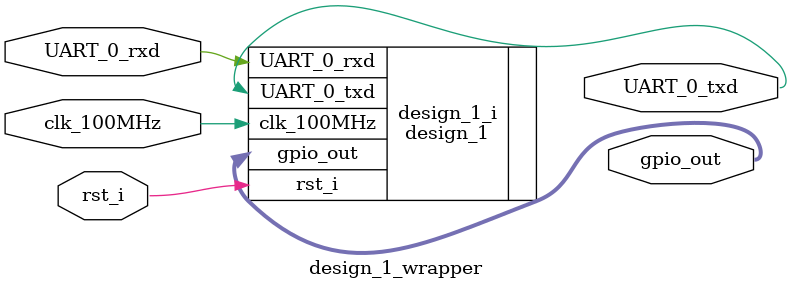
<source format=v>
`timescale 1 ps / 1 ps

module design_1_wrapper
   (UART_0_rxd,
    UART_0_txd,
    clk_100MHz,
    gpio_out,
    rst_i);
  input UART_0_rxd;
  output UART_0_txd;
  input clk_100MHz;
  output [31:0]gpio_out;
  input rst_i;

  wire UART_0_rxd;
  wire UART_0_txd;
  wire clk_100MHz;
  wire [31:0]gpio_out;
  wire rst_i;

  design_1 design_1_i
       (.UART_0_rxd(UART_0_rxd),
        .UART_0_txd(UART_0_txd),
        .clk_100MHz(clk_100MHz),
        .gpio_out(gpio_out),
        .rst_i(rst_i));
endmodule

</source>
